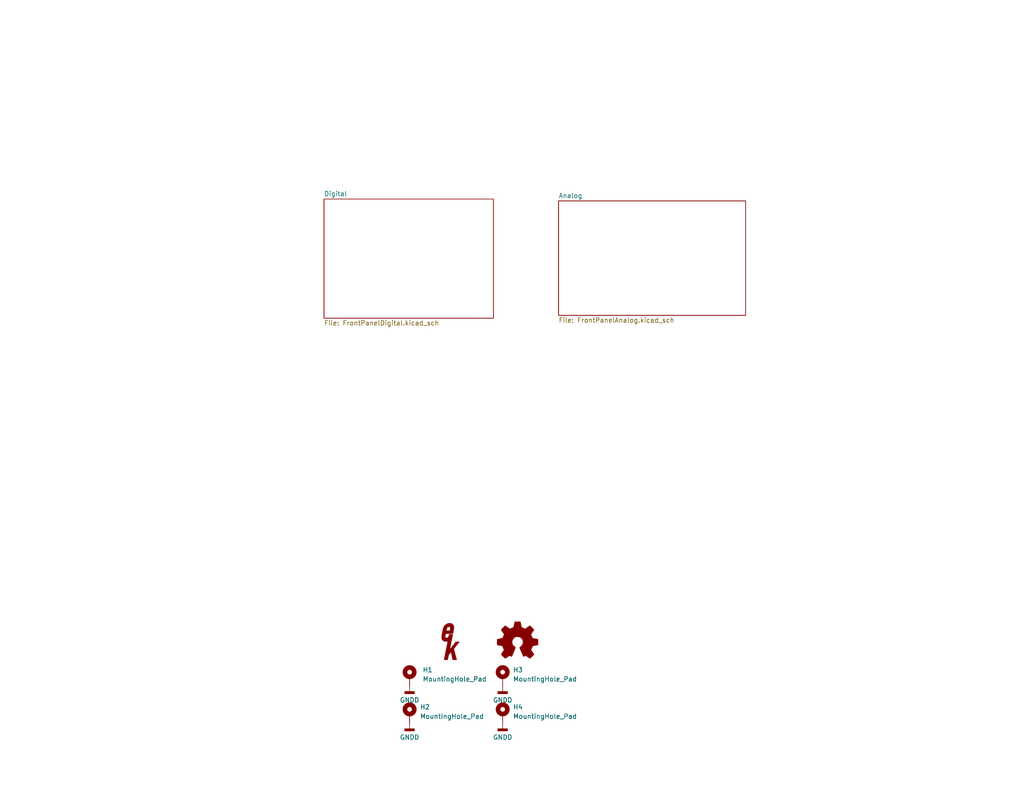
<source format=kicad_sch>
(kicad_sch (version 20231120) (generator "eeschema") (generator_version "8.0")
  (paper "USLetter")
  (title_block (title "Project Yamhill Front Panel") (date "2024-06-02") (rev "B") (company "Etherkit LLC"))
  (lib_symbols
    (symbol "EtherkitKicadLibrary:LOGO" (pin_names (offset 1.016))
      (symbol "LOGO_0_0"
        (polyline (pts (xy -0.7475 -4.875) (xy -0.7392 -4.83) (xy -0.7178 -4.7189) (xy -0.6879 -4.5659) (xy -0.6523 -4.3851) (xy -0.6135 -4.1903) (xy -0.5018 -3.6307) (xy -0.197 -3.2903) (xy -0.1646 -3.2542) (xy -0.0551 -3.1338) (xy 0.0366 -3.0352) (xy 0.1017 -2.9677) (xy 0.1315 -2.9408) (xy 0.1365 -2.9489) (xy 0.155 -3.0102) (xy 0.1838 -3.125) (xy 0.2211 -3.2856) (xy 0.2651 -3.4844) (xy 0.3142 -3.7137) (xy 0.3664 -3.9658) (xy 0.5778 -5) (xy 1.1222 -5) (xy 1.2378 -4.9996) (xy 1.4316 -4.9961) (xy 1.5649 -4.989) (xy 1.6419 -4.9777) (xy 1.6666 -4.9622) (xy 1.663 -4.9437) (xy 1.6438 -4.8666) (xy 1.6098 -4.7364) (xy 1.5628 -4.5598) (xy 1.5046 -4.3435) (xy 1.437 -4.0944) (xy 1.3618 -3.8192) (xy 1.2809 -3.5246) (xy 1.2287 -3.3348) (xy 1.1509 -3.0506) (xy 1.0799 -2.7894) (xy 1.0175 -2.5581) (xy 0.9656 -2.3637) (xy 0.926 -2.2129) (xy 0.9005 -2.1127) (xy 0.891 -2.0698) (xy 0.9054 -2.0396) (xy 0.9573 -1.9618) (xy 1.0423 -1.844) (xy 1.1559 -1.6925) (xy 1.2932 -1.5137) (xy 1.4495 -1.3137) (xy 1.6201 -1.099) (xy 1.7685 -0.9135) (xy 1.9293 -0.7119) (xy 2.0731 -0.5312) (xy 2.1948 -0.3776) (xy 2.2896 -0.2573) (xy 2.3525 -0.1766) (xy 2.3786 -0.1416) (xy 2.3787 -0.1415) (xy 2.3748 -0.1247) (xy 2.3346 -0.1129) (xy 2.2506 -0.1052) (xy 2.1151 -0.1012) (xy 1.9205 -0.1) (xy 1.4372 -0.1) (xy 0.6284 -1.132) (xy 0.5759 -1.1989) (xy 0.4011 -1.4209) (xy 0.2406 -1.6235) (xy 0.0987 -1.8012) (xy -0.02 -1.9484) (xy -0.1111 -2.0596) (xy -0.1701 -2.1292) (xy -0.1926 -2.1518) (xy -0.1923 -2.147) (xy -0.1832 -2.0918) (xy -0.1629 -1.9807) (xy -0.1327 -1.8203) (xy -0.0939 -1.6176) (xy -0.048 -1.3794) (xy 0.0038 -1.1127) (xy 0.0601 -0.8241) (xy 0.1194 -0.5207) (xy 0.1806 -0.2092) (xy 0.2422 0.1034) (xy 0.303 0.4104) (xy 0.3614 0.7049) (xy 0.4163 0.98) (xy 0.4662 1.2289) (xy 0.5098 1.4447) (xy 0.5457 1.6206) (xy 0.5727 1.7496) (xy 0.5893 1.825) (xy 0.6072 1.9) (xy 0.1073 1.9) (xy -0.3925 1.9) (xy -0.4342 1.675) (xy -0.499 1.4316) (xy -0.6002 1.2291) (xy -0.7342 1.0838) (xy -0.9006 0.9961) (xy -1.0987 0.9667) (xy -1.1609 0.974) (xy -1.2874 1.0299) (xy -1.3917 1.1269) (xy -1.4526 1.2482) (xy -1.4564 1.2857) (xy -1.4504 1.3934) (xy -1.4298 1.5453) (xy -1.3961 1.7283) (xy -1.3167 2.1167) (xy -0.3327 2.1255) (xy 0.6514 2.1344) (xy 0.7958 2.8849) (xy 0.8025 2.9198) (xy 0.8589 3.2262) (xy 0.8991 3.4782) (xy 0.9233 3.6852) (xy 0.9317 3.8567) (xy 0.9241 4.0019) (xy 0.9007 4.1304) (xy 0.8616 4.2514) (xy 0.8069 4.3744) (xy 0.7638 4.4545) (xy 0.6047 4.6644) (xy 0.4032 4.823) (xy 0.1589 4.9308) (xy -0.1287 4.9878) (xy -0.1579 4.9905) (xy -0.4377 4.9806) (xy -0.7232 4.9128) (xy -1.0046 4.7932) (xy -1.272 4.6277) (xy -1.5155 4.4223) (xy -1.7252 4.183) (xy -1.8913 3.9159) (xy -1.9165 3.8634) (xy -1.9482 3.787) (xy -1.9792 3.6966) (xy -2.0114 3.5851) (xy -2.0466 3.4449) (xy -2.0866 3.2687) (xy -2.1333 3.049) (xy -2.1498 2.968) (xy -1.1571 2.968) (xy -1.1549 2.9908) (xy -1.1525 2.9998) (xy -1.1352 3.0719) (xy -1.1099 3.1842) (xy -1.0812 3.3167) (xy -1.0754 3.3437) (xy -1.0195 3.5554) (xy -0.9547 3.7135) (xy -0.875 3.8295) (xy -0.7744 3.9152) (xy -0.6845 3.9662) (xy -0.5192 4.019) (xy -0.3652 4.0182) (xy -0.2331 3.9646) (xy -0.1335 3.8592) (xy -0.1289 3.8513) (xy -0.0862 3.7421) (xy -0.0719 3.6042) (xy -0.086 3.427) (xy -0.1282 3.2) (xy -0.1834 2.95) (xy -0.6776 2.9408) (xy -0.721 2.94) (xy -0.8996 2.9375) (xy -1.023 2.938) (xy -1.1007 2.9426) (xy -1.1422 2.9523) (xy -1.1571 2.968) (xy -2.1498 2.968) (xy -2.1885 2.7786) (xy -2.254 2.45) (xy -2.2784 2.3256) (xy -2.3436 1.9784) (xy -2.393 1.6859) (xy -2.4271 1.4409) (xy -2.4464 1.2359) (xy -2.4514 1.0636) (xy -2.4429 0.9165) (xy -2.4212 0.7874) (xy -2.3869 0.6687) (xy -2.3194 0.5275) (xy -2.1842 0.3503) (xy -2.0088 0.1938) (xy -1.8079 0.073) (xy -1.7593 0.0508) (xy -1.6803 0.0201) (xy -1.6007 0.0004) (xy -1.504 -0.0106) (xy -1.3737 -0.0155) (xy -1.1932 -0.0166) (xy -1.0296 -0.017) (xy -0.908 -0.0195) (xy -0.8331 -0.0256) (xy -0.7946 -0.0372) (xy -0.7822 -0.0558) (xy -0.7855 -0.0833) (xy -0.7943 -0.1252) (xy -0.8147 -0.2255) (xy -0.8455 -0.3779) (xy -0.8854 -0.5764) (xy -0.9333 -0.8146) (xy -0.9878 -1.0864) (xy -1.0478 -1.3857) (xy -1.112 -1.7062) (xy -1.1792 -2.0418) (xy -1.2481 -2.3862) (xy -1.3175 -2.7333) (xy -1.3861 -3.0769) (xy -1.4528 -3.4108) (xy -1.5163 -3.7289) (xy -1.5753 -4.0248) (xy -1.6286 -4.2926) (xy -1.675 -4.5259) (xy -1.7133 -4.7185) (xy -1.7422 -4.8644) (xy -1.7604 -4.9573) (xy -1.7667 -4.991) (xy -1.7588 -4.9926) (xy -1.6988 -4.9955) (xy -1.5893 -4.9978) (xy -1.442 -4.9994) (xy -1.2682 -5) (xy -0.7697 -5) (xy -0.7475 -4.875)) (stroke (width 0.01)) (fill (type outline)))
      )
    )
    (symbol "Graphic:Logo_Open_Hardware_Small" (in_bom no) (on_board no)
      (symbol "Logo_Open_Hardware_Small_0_1"
        (polyline (pts (xy 3.3528 -4.3434) (xy 3.302 -4.318) (xy 3.175 -4.2418) (xy 2.9972 -4.1148) (xy 2.7686 -3.9624) (xy 2.54 -3.81) (xy 2.3622 -3.7084) (xy 2.2352 -3.6068) (xy 2.1844 -3.5814) (xy 2.159 -3.6068) (xy 2.0574 -3.6576) (xy 1.905 -3.7338) (xy 1.8034 -3.7846) (xy 1.6764 -3.8354) (xy 1.6002 -3.8354) (xy 1.6002 -3.8354) (xy 1.5494 -3.7338) (xy 1.4732 -3.5306) (xy 1.3462 -3.302) (xy 1.2446 -3.0226) (xy 1.1176 -2.7178) (xy 0.9652 -2.413) (xy 0.8636 -2.1082) (xy 0.7366 -1.8288) (xy 0.6604 -1.6256) (xy 0.6096 -1.4732) (xy 0.5842 -1.397) (xy 0.5842 -1.397) (xy 0.6604 -1.3208) (xy 0.7874 -1.2446) (xy 1.0414 -1.016) (xy 1.2954 -0.6858) (xy 1.4478 -0.3302) (xy 1.524 0.0762) (xy 1.4732 0.4572) (xy 1.3208 0.8128) (xy 1.0668 1.143) (xy 0.762 1.3716) (xy 0.4064 1.524) (xy 0 1.5748) (xy -0.381 1.5494) (xy -0.7366 1.397) (xy -1.0668 1.143) (xy -1.2192 0.9906) (xy -1.397 0.6604) (xy -1.524 0.3048) (xy -1.524 0.2286) (xy -1.4986 -0.1778) (xy -1.397 -0.5334) (xy -1.1938 -0.8636) (xy -0.9144 -1.143) (xy -0.8636 -1.1684) (xy -0.7366 -1.27) (xy -0.635 -1.3462) (xy -0.5842 -1.397) (xy -1.0668 -2.5908) (xy -1.143 -2.794) (xy -1.2954 -3.1242) (xy -1.397 -3.4036) (xy -1.4986 -3.6322) (xy -1.5748 -3.7846) (xy -1.6002 -3.8354) (xy -1.6002 -3.8354) (xy -1.651 -3.8354) (xy -1.7272 -3.81) (xy -1.905 -3.7338) (xy -2.0066 -3.683) (xy -2.1336 -3.6068) (xy -2.2098 -3.5814) (xy -2.2606 -3.6068) (xy -2.3622 -3.683) (xy -2.54 -3.81) (xy -2.7686 -3.9624) (xy -2.9718 -4.0894) (xy -3.1496 -4.2164) (xy -3.302 -4.318) (xy -3.3528 -4.3434) (xy -3.3782 -4.3434) (xy -3.429 -4.318) (xy -3.5306 -4.2164) (xy -3.7084 -4.064) (xy -3.937 -3.8354) (xy -3.9624 -3.81) (xy -4.1656 -3.6068) (xy -4.318 -3.4544) (xy -4.4196 -3.3274) (xy -4.445 -3.2766) (xy -4.445 -3.2766) (xy -4.4196 -3.2258) (xy -4.318 -3.0734) (xy -4.2164 -2.8956) (xy -4.064 -2.667) (xy -3.6576 -2.0828) (xy -3.8862 -1.5494) (xy -3.937 -1.3716) (xy -4.0386 -1.1684) (xy -4.0894 -1.0414) (xy -4.1148 -0.9652) (xy -4.191 -0.9398) (xy -4.318 -0.9144) (xy -4.5466 -0.8636) (xy -4.8006 -0.8128) (xy -5.0546 -0.7874) (xy -5.2578 -0.7366) (xy -5.4356 -0.7112) (xy -5.5118 -0.6858) (xy -5.5118 -0.6858) (xy -5.5372 -0.635) (xy -5.5372 -0.5588) (xy -5.5372 -0.4318) (xy -5.5626 -0.2286) (xy -5.5626 0.0762) (xy -5.5626 0.127) (xy -5.5372 0.4064) (xy -5.5372 0.635) (xy -5.5372 0.762) (xy -5.5372 0.8382) (xy -5.5372 0.8382) (xy -5.461 0.8382) (xy -5.3086 0.889) (xy -5.08 0.9144) (xy -4.826 0.9652) (xy -4.8006 0.9906) (xy -4.5466 1.0414) (xy -4.318 1.0668) (xy -4.1656 1.1176) (xy -4.0894 1.143) (xy -4.0894 1.143) (xy -4.0386 1.2446) (xy -3.9624 1.4224) (xy -3.8608 1.6256) (xy -3.7846 1.8288) (xy -3.7084 2.0066) (xy -3.6576 2.159) (xy -3.6322 2.2098) (xy -3.6322 2.2098) (xy -3.683 2.286) (xy -3.7592 2.413) (xy -3.8862 2.5908) (xy -4.064 2.8194) (xy -4.064 2.8448) (xy -4.2164 3.0734) (xy -4.3434 3.2512) (xy -4.4196 3.3782) (xy -4.445 3.4544) (xy -4.445 3.4544) (xy -4.3942 3.5052) (xy -4.2926 3.6322) (xy -4.1148 3.81) (xy -3.937 4.0132) (xy -3.8608 4.064) (xy -3.6576 4.2926) (xy -3.5052 4.4196) (xy -3.4036 4.4958) (xy -3.3528 4.5212) (xy -3.3528 4.5212) (xy -3.302 4.4704) (xy -3.1496 4.3688) (xy -2.9718 4.2418) (xy -2.7432 4.0894) (xy -2.7178 4.0894) (xy -2.4892 3.937) (xy -2.3114 3.81) (xy -2.1844 3.7084) (xy -2.1336 3.683) (xy -2.1082 3.683) (xy -2.032 3.7084) (xy -1.8542 3.7592) (xy -1.6764 3.8354) (xy -1.4732 3.937) (xy -1.27 4.0132) (xy -1.143 4.064) (xy -1.0668 4.1148) (xy -1.0668 4.1148) (xy -1.0414 4.191) (xy -1.016 4.3434) (xy -0.9652 4.572) (xy -0.9144 4.8514) (xy -0.889 4.9022) (xy -0.8382 5.1562) (xy -0.8128 5.3848) (xy -0.7874 5.5372) (xy -0.762 5.588) (xy -0.7112 5.6134) (xy -0.5842 5.6134) (xy -0.4064 5.6134) (xy -0.1524 5.6134) (xy 0.0762 5.6134) (xy 0.3302 5.6134) (xy 0.5334 5.6134) (xy 0.6858 5.588) (xy 0.7366 5.588) (xy 0.7366 5.588) (xy 0.762 5.5118) (xy 0.8128 5.334) (xy 0.8382 5.1054) (xy 0.9144 4.826) (xy 0.9144 4.7752) (xy 0.9652 4.5212) (xy 1.016 4.2926) (xy 1.0414 4.1402) (xy 1.0668 4.0894) (xy 1.0668 4.0894) (xy 1.1938 4.0386) (xy 1.3716 3.9624) (xy 1.5748 3.8608) (xy 2.0828 3.6576) (xy 2.7178 4.0894) (xy 2.7686 4.1402) (xy 2.9972 4.2926) (xy 3.175 4.4196) (xy 3.302 4.4958) (xy 3.3782 4.5212) (xy 3.3782 4.5212) (xy 3.429 4.4704) (xy 3.556 4.3434) (xy 3.7338 4.191) (xy 3.9116 3.9878) (xy 4.064 3.8354) (xy 4.2418 3.6576) (xy 4.3434 3.556) (xy 4.4196 3.4798) (xy 4.4196 3.429) (xy 4.4196 3.4036) (xy 4.3942 3.3274) (xy 4.2926 3.2004) (xy 4.1656 2.9972) (xy 4.0132 2.794) (xy 3.8862 2.5908) (xy 3.7592 2.3876) (xy 3.6576 2.2352) (xy 3.6322 2.159) (xy 3.6322 2.1336) (xy 3.683 2.0066) (xy 3.7592 1.8288) (xy 3.8608 1.6002) (xy 4.064 1.1176) (xy 4.3942 1.0414) (xy 4.5974 1.016) (xy 4.8768 0.9652) (xy 5.1308 0.9144) (xy 5.5372 0.8382) (xy 5.5626 -0.6604) (xy 5.4864 -0.6858) (xy 5.4356 -0.6858) (xy 5.2832 -0.7366) (xy 5.0546 -0.762) (xy 4.8006 -0.8128) (xy 4.5974 -0.8636) (xy 4.3688 -0.9144) (xy 4.2164 -0.9398) (xy 4.1402 -0.9398) (xy 4.1148 -0.9652) (xy 4.064 -1.0668) (xy 3.9878 -1.2446) (xy 3.9116 -1.4478) (xy 3.81 -1.651) (xy 3.7338 -1.8542) (xy 3.683 -2.0066) (xy 3.6576 -2.0828) (xy 3.683 -2.1336) (xy 3.7846 -2.2606) (xy 3.8862 -2.4638) (xy 4.0386 -2.667) (xy 4.191 -2.8956) (xy 4.318 -3.0734) (xy 4.3942 -3.2004) (xy 4.445 -3.2766) (xy 4.4196 -3.3274) (xy 4.3434 -3.429) (xy 4.1656 -3.5814) (xy 3.937 -3.8354) (xy 3.8862 -3.8608) (xy 3.683 -4.064) (xy 3.5306 -4.2164) (xy 3.4036 -4.318) (xy 3.3528 -4.3434)) (fill (type outline)))
      )
    )
    (symbol "Mechanical:MountingHole_Pad" (pin_numbers hide) (pin_names (offset 1.016) hide)
      (property "Reference" "H" (at 0 6.35 0))
      (property "Value" "MountingHole_Pad" (at 0 4.445 0))
      (symbol "MountingHole_Pad_0_1"
        (circle (center 0 1.27) (radius 1.27) (stroke (width 1.27)))
      )
      (symbol "MountingHole_Pad_1_1"
        (pin input line (at 0 -2.54 90) (length 2.54) (name "1") (number "1"))
      )
    )
    (symbol "power:GNDD" (power) (pin_names (offset 0))
      (property "Value" "GNDD" (at 0 -3.175 0))
      (symbol "GNDD_0_1"
        (rectangle (start -1.27 -1.524) (end 1.27 -2.032) (stroke (width 0.254)) (fill (type outline)))
        (polyline (pts (xy 0 0) (xy 0 -1.524)))
      )
      (symbol "GNDD_1_1"
        (pin power_in line (at 0 0 270) (length 0) hide (name "GNDD") (number "1"))
      )
    )
  )
  (symbol (lib_id "power:GNDD") (at 111.76 187.325 0) (unit 1)
    (property "Reference" "#PWR01" (effects (hide yes)))
    (property "Value" "GNDD" (at 111.76 191.135 0))
  )
  (symbol (lib_id "Graphic:Logo_Open_Hardware_Small") (at 141.224 175.387 0) (unit 1) (exclude_from_sim yes) (in_bom no) (on_board no)
    (property "Reference" "#SYM1" (effects (hide yes)))
    (property "Value" "Logo_Open_Hardware_Small" (effects (hide yes)))
    (property "Footprint" "EtherkitKicadLibrary:OSHWLogo4mm" (effects (hide yes)))
  )
  (symbol (lib_id "power:GNDD") (at 137.16 197.485 0) (unit 1)
    (property "Reference" "#PWR04" (effects (hide yes)))
    (property "Value" "GNDD" (at 137.16 201.295 0))
  )
  (symbol (lib_id "Mechanical:MountingHole_Pad") (at 111.76 194.945 0) (unit 1)
    (property "Reference" "H2" (at 114.554 193.04 0) (effects (justify left)))
    (property "Value" "MountingHole_Pad" (at 114.554 195.58 0) (effects (justify left)))
    (property "Footprint" "MountingHole:MountingHole_3.2mm_M3_Pad_Via" (effects (hide yes)))
  )
  (symbol (lib_id "Mechanical:MountingHole_Pad") (at 111.76 184.785 0) (unit 1)
    (property "Reference" "H1" (at 115.316 182.88 0) (effects (justify left)))
    (property "Value" "MountingHole_Pad" (at 115.316 185.42 0) (effects (justify left)))
    (property "Footprint" "MountingHole:MountingHole_3.2mm_M3_Pad_Via" (effects (hide yes)))
  )
  (symbol (lib_id "Mechanical:MountingHole_Pad") (at 137.16 184.785 0) (unit 1)
    (property "Reference" "H3" (at 139.954 182.88 0) (effects (justify left)))
    (property "Value" "MountingHole_Pad" (at 139.954 185.42 0) (effects (justify left)))
    (property "Footprint" "MountingHole:MountingHole_3.2mm_M3_Pad_Via" (effects (hide yes)))
  )
  (symbol (lib_id "power:GNDD") (at 137.16 187.325 0) (unit 1)
    (property "Reference" "#PWR03" (effects (hide yes)))
    (property "Value" "GNDD" (at 137.16 191.135 0))
  )
  (symbol (lib_id "Mechanical:MountingHole_Pad") (at 137.16 194.945 0) (unit 1)
    (property "Reference" "H4" (at 139.954 193.04 0) (effects (justify left)))
    (property "Value" "MountingHole_Pad" (at 139.954 195.58 0) (effects (justify left)))
    (property "Footprint" "MountingHole:MountingHole_3.2mm_M3_Pad_Via" (effects (hide yes)))
  )
  (symbol (lib_id "EtherkitKicadLibrary:LOGO") (at 122.936 175.133 0) (unit 1)
    (property "Reference" "#G1" (effects (hide yes)))
    (property "Value" "LOGO" (effects (hide yes)))
    (property "Footprint" "EtherkitKicadLibrary:EtherkitLogoSmall" (effects (hide yes)))
  )
  (symbol (lib_id "power:GNDD") (at 111.76 197.485 0) (unit 1)
    (property "Reference" "#PWR02" (effects (hide yes)))
    (property "Value" "GNDD" (at 111.76 201.295 0))
  )
  (sheet (at 88.392 54.356) (size 46.228 32.512) (stroke (width 0.1524))
    (property "Sheetname" "Digital" (at 88.392 53.6444 0) (effects (justify left bottom)))
    (property "Sheetfile" "FrontPanelDigital.kicad_sch" (at 88.392 87.4526 0) (effects (justify left top)))
  )
  (sheet (at 152.4 54.864) (size 51.054 31.242) (stroke (width 0.1524))
    (property "Sheetname" "Analog" (at 152.4 54.1524 0) (effects (justify left bottom)))
    (property "Sheetfile" "FrontPanelAnalog.kicad_sch" (at 152.4 86.6906 0) (effects (justify left top)))
  )
)
</source>
